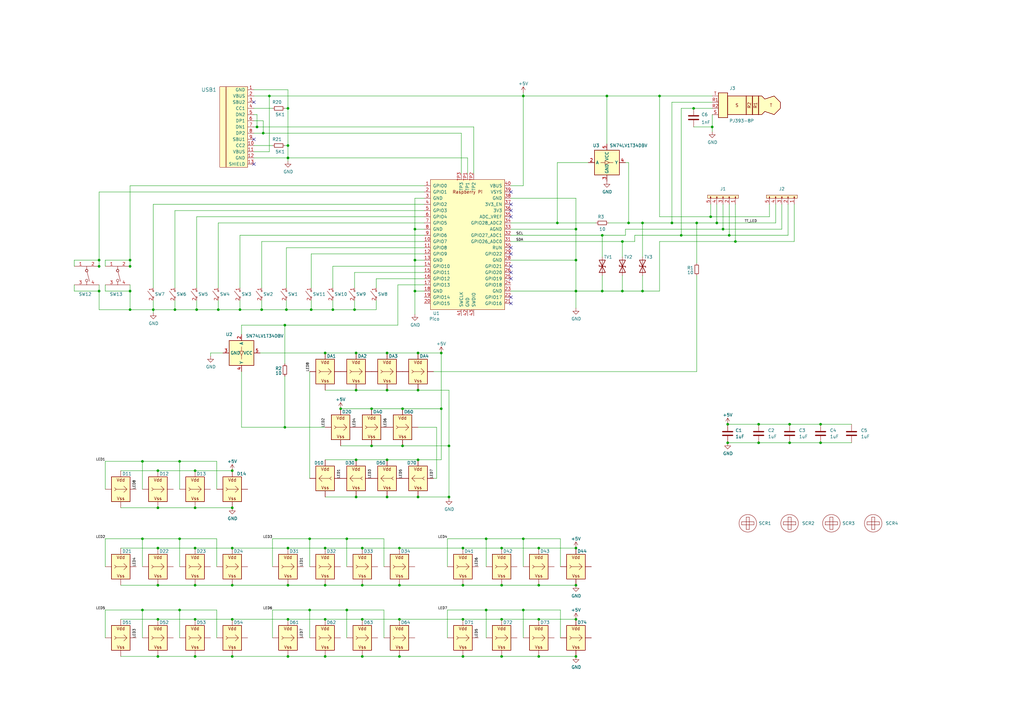
<source format=kicad_sch>
(kicad_sch (version 20211123) (generator eeschema)
  (paper "A3")
  (junction (at 220.98 240.03))
  (junction (at 127.635 127))
  (junction (at 236.22 240.03))
  (junction (at 163.83 269.24))
  (junction (at 107.95 54.61))
  (junction (at 299.085 96.52))
  (junction (at 214.63 39.37))
  (junction (at 247.015 119.38))
  (junction (at 205.74 240.03))
  (junction (at 133.35 224.79))
  (junction (at 189.865 240.03))
  (junction (at 98.425 127))
  (junction (at 184.15 203.835))
  (junction (at 146.05 160.02))
  (junction (at 205.74 269.24))
  (junction (at 148.59 269.24))
  (junction (at 58.42 220.98))
  (junction (at 118.11 240.03))
  (junction (at 53.34 119.38))
  (junction (at 40.64 106.68))
  (junction (at 80.01 269.24))
  (junction (at 64.77 254))
  (junction (at 275.59 91.44))
  (junction (at 146.05 203.835))
  (junction (at 284.48 44.45))
  (junction (at 171.45 203.835))
  (junction (at 247.015 96.52))
  (junction (at 158.75 188.595))
  (junction (at 323.85 173.99))
  (junction (at 64.77 240.03))
  (junction (at 71.755 127))
  (junction (at 298.45 181.61))
  (junction (at 163.83 254))
  (junction (at 158.75 144.78))
  (junction (at 180.975 144.78))
  (junction (at 107.315 127))
  (junction (at 80.01 224.79))
  (junction (at 139.7 167.64))
  (junction (at 323.85 181.61))
  (junction (at 199.39 220.98))
  (junction (at 171.45 188.595))
  (junction (at 158.75 160.02))
  (junction (at 95.25 224.79))
  (junction (at 148.59 254))
  (junction (at 152.4 167.64))
  (junction (at 62.865 127))
  (junction (at 116.84 175.26))
  (junction (at 170.18 119.38))
  (junction (at 133.35 240.03))
  (junction (at 110.49 39.37))
  (junction (at 142.24 250.19))
  (junction (at 117.475 127))
  (junction (at 270.51 39.37))
  (junction (at 58.42 189.23))
  (junction (at 248.92 39.37))
  (junction (at 163.83 240.03))
  (junction (at 118.11 64.77))
  (junction (at 296.545 93.98))
  (junction (at 255.27 119.38))
  (junction (at 53.34 127))
  (junction (at 255.27 99.06))
  (junction (at 236.22 269.24))
  (junction (at 133.35 254))
  (junction (at 148.59 240.03))
  (junction (at 145.415 127))
  (junction (at 298.45 173.99))
  (junction (at 80.01 240.03))
  (junction (at 189.865 269.24))
  (junction (at 127 250.19))
  (junction (at 80.01 254))
  (junction (at 73.66 220.98))
  (junction (at 118.11 254))
  (junction (at 64.77 208.28))
  (junction (at 294.005 91.44))
  (junction (at 95.25 208.28))
  (junction (at 301.625 99.06))
  (junction (at 73.66 250.19))
  (junction (at 311.15 173.99))
  (junction (at 95.25 193.04))
  (junction (at 116.84 133.35))
  (junction (at 285.75 91.44))
  (junction (at 236.22 254))
  (junction (at 89.535 127))
  (junction (at 189.865 254))
  (junction (at 199.39 250.19))
  (junction (at 257.81 91.44))
  (junction (at 133.35 269.24))
  (junction (at 95.25 240.03))
  (junction (at 220.98 254))
  (junction (at 205.74 224.79))
  (junction (at 80.645 127))
  (junction (at 165.1 182.88))
  (junction (at 152.4 182.88))
  (junction (at 189.865 224.79))
  (junction (at 336.55 173.99))
  (junction (at 263.525 119.38))
  (junction (at 142.24 220.98))
  (junction (at 148.59 224.79))
  (junction (at 118.11 59.69))
  (junction (at 170.18 106.68))
  (junction (at 95.25 269.24))
  (junction (at 80.01 208.28))
  (junction (at 163.83 224.79))
  (junction (at 53.34 109.22))
  (junction (at 64.77 193.04))
  (junction (at 40.64 109.22))
  (junction (at 118.11 44.45))
  (junction (at 205.74 254))
  (junction (at 136.525 127))
  (junction (at 165.1 167.64))
  (junction (at 158.75 203.835))
  (junction (at 146.05 188.595))
  (junction (at 73.66 189.23))
  (junction (at 80.01 193.04))
  (junction (at 40.64 119.38))
  (junction (at 180.975 167.64))
  (junction (at 311.15 181.61))
  (junction (at 170.18 93.98))
  (junction (at 133.35 144.78))
  (junction (at 336.55 181.61))
  (junction (at 214.63 220.98))
  (junction (at 146.05 144.78))
  (junction (at 214.63 250.19))
  (junction (at 58.42 250.19))
  (junction (at 291.465 88.9))
  (junction (at 220.98 269.24))
  (junction (at 64.77 224.79))
  (junction (at 118.11 269.24))
  (junction (at 228.6 91.44))
  (junction (at 171.45 144.78))
  (junction (at 53.34 106.68))
  (junction (at 263.525 91.44))
  (junction (at 236.22 106.68))
  (junction (at 220.98 224.79))
  (junction (at 236.22 93.98))
  (junction (at 127 220.98))
  (junction (at 292.1 52.07))
  (junction (at 64.77 269.24))
  (junction (at 184.15 182.88))
  (junction (at 105.41 52.07))
  (junction (at 95.25 254))
  (junction (at 171.45 160.02))
  (junction (at 236.22 224.79))
  (junction (at 236.22 119.38))
  (junction (at 118.11 224.79))
  (junction (at 279.4 96.52))
  (no_connect (at 104.14 67.31))
  (no_connect (at 104.14 41.91))
  (no_connect (at 104.14 57.15))
  (no_connect (at 209.55 101.6))
  (no_connect (at 209.55 104.14))
  (no_connect (at 209.55 109.22))
  (no_connect (at 209.55 111.76))
  (no_connect (at 209.55 114.3))
  (no_connect (at 209.55 78.74))
  (no_connect (at 209.55 83.82))
  (no_connect (at 209.55 86.36))
  (no_connect (at 209.55 88.9))
  (no_connect (at 209.55 121.92))
  (no_connect (at 209.55 124.46))
  (wire (pts (xy 257.81 91.44) (xy 263.525 91.44)))
  (wire (pts (xy 336.55 173.99) (xy 349.25 173.99)))
  (wire (pts (xy 118.11 36.83) (xy 118.11 44.45)))
  (wire (pts (xy 80.01 193.04) (xy 95.25 193.04)))
  (wire (pts (xy 118.11 224.79) (xy 133.35 224.79)))
  (wire (pts (xy 98.425 127) (xy 89.535 127)))
  (wire (pts (xy 170.18 81.28) (xy 170.18 93.98)))
  (wire (pts (xy 99.06 133.35) (xy 99.06 137.16)))
  (wire (pts (xy 336.55 181.61) (xy 349.25 181.61)))
  (wire (pts (xy 95.25 269.24) (xy 118.11 269.24)))
  (wire (pts (xy 146.05 144.78) (xy 158.75 144.78)))
  (wire (pts (xy 133.35 160.02) (xy 146.05 160.02)))
  (wire (pts (xy 142.24 220.98) (xy 142.24 232.41)))
  (wire (pts (xy 284.48 44.45) (xy 292.1 44.45)))
  (wire (pts (xy 142.24 250.19) (xy 142.24 261.62)))
  (wire (pts (xy 275.59 91.44) (xy 285.75 91.44)))
  (wire (pts (xy 209.55 119.38) (xy 236.22 119.38)))
  (wire (pts (xy 173.99 91.44) (xy 89.535 91.44)))
  (wire (pts (xy 116.84 133.35) (xy 163.195 133.35)))
  (wire (pts (xy 189.865 224.79) (xy 205.74 224.79)))
  (wire (pts (xy 98.425 123.19) (xy 98.425 127)))
  (wire (pts (xy 107.315 123.19) (xy 107.315 127)))
  (wire (pts (xy 180.975 144.78) (xy 180.975 167.64)))
  (wire (pts (xy 142.24 250.19) (xy 157.48 250.19)))
  (wire (pts (xy 53.34 119.38) (xy 53.34 127)))
  (wire (pts (xy 104.14 52.07) (xy 105.41 52.07)))
  (wire (pts (xy 247.015 96.52) (xy 256.54 96.52)))
  (wire (pts (xy 95.25 224.79) (xy 118.11 224.79)))
  (wire (pts (xy 127 220.98) (xy 127 232.41)))
  (wire (pts (xy 110.49 62.23) (xy 110.49 39.37)))
  (wire (pts (xy 49.53 269.24) (xy 64.77 269.24)))
  (wire (pts (xy 260.35 96.52) (xy 260.35 99.06)))
  (wire (pts (xy 236.22 81.28) (xy 236.22 93.98)))
  (wire (pts (xy 58.42 189.23) (xy 58.42 200.66)))
  (wire (pts (xy 179.07 175.26) (xy 179.07 196.215)))
  (wire (pts (xy 111.76 250.19) (xy 111.76 261.62)))
  (wire (pts (xy 80.01 269.24) (xy 95.25 269.24)))
  (wire (pts (xy 127 250.19) (xy 127 261.62)))
  (wire (pts (xy 73.66 250.19) (xy 73.66 261.62)))
  (wire (pts (xy 180.975 167.64) (xy 180.975 188.595)))
  (wire (pts (xy 40.64 78.74) (xy 40.64 106.68)))
  (wire (pts (xy 220.98 254) (xy 236.22 254)))
  (wire (pts (xy 117.475 123.19) (xy 117.475 127)))
  (wire (pts (xy 257.81 66.675) (xy 257.81 91.44)))
  (wire (pts (xy 173.99 96.52) (xy 98.425 96.52)))
  (wire (pts (xy 98.425 96.52) (xy 98.425 118.11)))
  (wire (pts (xy 30.48 106.68) (xy 40.64 106.68)))
  (wire (pts (xy 255.27 99.06) (xy 260.35 99.06)))
  (wire (pts (xy 255.27 113.03) (xy 255.27 119.38)))
  (wire (pts (xy 199.39 220.98) (xy 183.515 220.98)))
  (wire (pts (xy 58.42 250.19) (xy 73.66 250.19)))
  (wire (pts (xy 58.42 189.23) (xy 73.66 189.23)))
  (wire (pts (xy 220.98 269.24) (xy 236.22 269.24)))
  (wire (pts (xy 146.05 160.02) (xy 158.75 160.02)))
  (wire (pts (xy 49.53 254) (xy 64.77 254)))
  (wire (pts (xy 58.42 220.98) (xy 58.42 232.41)))
  (wire (pts (xy 189.23 54.61) (xy 107.95 54.61)))
  (wire (pts (xy 80.01 254) (xy 95.25 254)))
  (wire (pts (xy 171.45 203.835) (xy 184.15 203.835)))
  (wire (pts (xy 80.01 208.28) (xy 95.25 208.28)))
  (wire (pts (xy 163.83 254) (xy 189.865 254)))
  (wire (pts (xy 173.99 99.06) (xy 107.315 99.06)))
  (wire (pts (xy 291.465 88.9) (xy 270.51 88.9)))
  (wire (pts (xy 263.525 113.03) (xy 263.525 119.38)))
  (wire (pts (xy 255.27 99.06) (xy 255.27 105.41)))
  (wire (pts (xy 228.6 66.675) (xy 241.3 66.675)))
  (wire (pts (xy 189.865 254) (xy 205.74 254)))
  (wire (pts (xy 80.01 224.79) (xy 95.25 224.79)))
  (wire (pts (xy 209.55 91.44) (xy 228.6 91.44)))
  (wire (pts (xy 127 250.19) (xy 111.76 250.19)))
  (wire (pts (xy 325.755 99.06) (xy 325.755 83.82)))
  (wire (pts (xy 318.135 91.44) (xy 294.005 91.44)))
  (wire (pts (xy 171.45 160.02) (xy 184.15 160.02)))
  (wire (pts (xy 189.865 269.24) (xy 205.74 269.24)))
  (wire (pts (xy 73.66 250.19) (xy 88.9 250.19)))
  (wire (pts (xy 49.53 208.28) (xy 64.77 208.28)))
  (wire (pts (xy 255.27 119.38) (xy 263.525 119.38)))
  (wire (pts (xy 49.53 240.03) (xy 64.77 240.03)))
  (wire (pts (xy 173.99 109.22) (xy 136.525 109.22)))
  (wire (pts (xy 299.085 83.82) (xy 299.085 96.52)))
  (wire (pts (xy 170.18 93.98) (xy 170.18 106.68)))
  (wire (pts (xy 311.15 173.99) (xy 323.85 173.99)))
  (wire (pts (xy 62.865 83.82) (xy 62.865 118.11)))
  (wire (pts (xy 236.22 119.38) (xy 236.22 126.365)))
  (wire (pts (xy 173.99 78.74) (xy 40.64 78.74)))
  (wire (pts (xy 30.48 119.38) (xy 40.64 119.38)))
  (wire (pts (xy 133.35 224.79) (xy 148.59 224.79)))
  (wire (pts (xy 158.75 203.835) (xy 171.45 203.835)))
  (wire (pts (xy 171.45 144.78) (xy 180.975 144.78)))
  (wire (pts (xy 154.305 114.3) (xy 154.305 118.11)))
  (wire (pts (xy 58.42 250.19) (xy 43.18 250.19)))
  (wire (pts (xy 62.865 123.19) (xy 62.865 127)))
  (wire (pts (xy 146.05 203.835) (xy 158.75 203.835)))
  (wire (pts (xy 205.74 269.24) (xy 220.98 269.24)))
  (wire (pts (xy 315.595 88.9) (xy 291.465 88.9)))
  (wire (pts (xy 88.9 189.23) (xy 88.9 200.66)))
  (wire (pts (xy 248.92 59.055) (xy 248.92 39.37)))
  (wire (pts (xy 157.48 220.98) (xy 157.48 232.41)))
  (wire (pts (xy 270.51 39.37) (xy 292.1 39.37)))
  (wire (pts (xy 127.635 123.19) (xy 127.635 127)))
  (wire (pts (xy 163.83 224.79) (xy 189.865 224.79)))
  (wire (pts (xy 105.41 46.99) (xy 105.41 52.07)))
  (wire (pts (xy 30.48 109.22) (xy 30.48 106.68)))
  (wire (pts (xy 165.1 167.64) (xy 180.975 167.64)))
  (wire (pts (xy 73.66 220.98) (xy 73.66 232.41)))
  (wire (pts (xy 194.31 52.07) (xy 105.41 52.07)))
  (wire (pts (xy 171.45 188.595) (xy 180.975 188.595)))
  (wire (pts (xy 256.54 93.98) (xy 296.545 93.98)))
  (wire (pts (xy 71.755 127) (xy 62.865 127)))
  (wire (pts (xy 107.315 99.06) (xy 107.315 118.11)))
  (wire (pts (xy 165.1 182.88) (xy 184.15 182.88)))
  (wire (pts (xy 184.15 203.835) (xy 184.15 204.47)))
  (wire (pts (xy 199.39 250.19) (xy 199.39 261.62)))
  (wire (pts (xy 248.92 39.37) (xy 270.51 39.37)))
  (wire (pts (xy 133.35 254) (xy 148.59 254)))
  (wire (pts (xy 80.01 240.03) (xy 95.25 240.03)))
  (wire (pts (xy 323.85 181.61) (xy 336.55 181.61)))
  (wire (pts (xy 163.83 269.24) (xy 189.865 269.24)))
  (wire (pts (xy 199.39 250.19) (xy 214.63 250.19)))
  (wire (pts (xy 296.545 93.98) (xy 320.675 93.98)))
  (wire (pts (xy 220.98 240.03) (xy 236.22 240.03)))
  (wire (pts (xy 171.45 175.26) (xy 179.07 175.26)))
  (wire (pts (xy 199.39 250.19) (xy 183.515 250.19)))
  (wire (pts (xy 104.14 64.77) (xy 118.11 64.77)))
  (wire (pts (xy 107.95 49.53) (xy 107.95 54.61)))
  (wire (pts (xy 301.625 99.06) (xy 301.625 83.82)))
  (wire (pts (xy 285.75 152.4) (xy 285.75 113.03)))
  (wire (pts (xy 236.22 119.38) (xy 247.015 119.38)))
  (wire (pts (xy 40.64 109.22) (xy 40.64 109.855)))
  (wire (pts (xy 315.595 83.82) (xy 315.595 88.9)))
  (wire (pts (xy 40.64 119.38) (xy 40.64 127)))
  (wire (pts (xy 194.31 71.12) (xy 194.31 52.07)))
  (wire (pts (xy 279.4 96.52) (xy 279.4 44.45)))
  (wire (pts (xy 183.515 220.98) (xy 183.515 232.41)))
  (wire (pts (xy 116.84 154.305) (xy 116.84 175.26)))
  (wire (pts (xy 214.63 250.19) (xy 229.87 250.19)))
  (wire (pts (xy 58.42 220.98) (xy 73.66 220.98)))
  (wire (pts (xy 228.6 91.44) (xy 244.475 91.44)))
  (wire (pts (xy 177.8 152.4) (xy 285.75 152.4)))
  (wire (pts (xy 127 220.98) (xy 142.24 220.98)))
  (wire (pts (xy 133.35 269.24) (xy 148.59 269.24)))
  (wire (pts (xy 71.755 123.19) (xy 71.755 127)))
  (wire (pts (xy 136.525 127) (xy 127.635 127)))
  (wire (pts (xy 136.525 109.22) (xy 136.525 118.11)))
  (wire (pts (xy 191.77 71.12) (xy 191.77 64.77)))
  (wire (pts (xy 173.99 88.9) (xy 80.645 88.9)))
  (wire (pts (xy 199.39 220.98) (xy 214.63 220.98)))
  (wire (pts (xy 117.475 127) (xy 107.315 127)))
  (wire (pts (xy 40.64 127) (xy 53.34 127)))
  (wire (pts (xy 173.99 83.82) (xy 62.865 83.82)))
  (wire (pts (xy 111.76 220.98) (xy 111.76 232.41)))
  (wire (pts (xy 296.545 83.82) (xy 296.545 93.98)))
  (wire (pts (xy 184.15 182.88) (xy 184.15 203.835)))
  (wire (pts (xy 199.39 220.98) (xy 199.39 232.41)))
  (wire (pts (xy 148.59 254) (xy 163.83 254)))
  (wire (pts (xy 139.7 167.64) (xy 152.4 167.64)))
  (wire (pts (xy 95.25 254) (xy 118.11 254)))
  (wire (pts (xy 205.74 254) (xy 220.98 254)))
  (wire (pts (xy 99.06 175.26) (xy 116.84 175.26)))
  (wire (pts (xy 64.77 240.03) (xy 80.01 240.03)))
  (wire (pts (xy 106.68 144.78) (xy 133.35 144.78)))
  (wire (pts (xy 220.98 224.79) (xy 236.22 224.79)))
  (wire (pts (xy 133.35 188.595) (xy 146.05 188.595)))
  (wire (pts (xy 205.74 240.03) (xy 220.98 240.03)))
  (wire (pts (xy 104.14 62.23) (xy 110.49 62.23)))
  (wire (pts (xy 260.35 96.52) (xy 279.4 96.52)))
  (wire (pts (xy 110.49 39.37) (xy 214.63 39.37)))
  (wire (pts (xy 127 250.19) (xy 142.24 250.19)))
  (wire (pts (xy 183.515 250.19) (xy 183.515 261.62)))
  (wire (pts (xy 117.475 101.6) (xy 117.475 118.11)))
  (wire (pts (xy 145.415 123.19) (xy 145.415 127)))
  (wire (pts (xy 104.14 54.61) (xy 107.95 54.61)))
  (wire (pts (xy 270.51 99.06) (xy 301.625 99.06)))
  (wire (pts (xy 291.465 83.82) (xy 291.465 88.9)))
  (wire (pts (xy 158.75 144.78) (xy 171.45 144.78)))
  (wire (pts (xy 43.18 220.98) (xy 43.18 232.41)))
  (wire (pts (xy 127 220.98) (xy 111.76 220.98)))
  (wire (pts (xy 173.99 104.14) (xy 127.635 104.14)))
  (wire (pts (xy 73.66 189.23) (xy 73.66 200.66)))
  (wire (pts (xy 158.75 160.02) (xy 171.45 160.02)))
  (wire (pts (xy 173.99 86.36) (xy 71.755 86.36)))
  (wire (pts (xy 104.14 59.69) (xy 111.76 59.69)))
  (wire (pts (xy 80.645 88.9) (xy 80.645 118.11)))
  (wire (pts (xy 30.48 116.84) (xy 30.48 119.38)))
  (wire (pts (xy 275.59 91.44) (xy 275.59 41.91)))
  (wire (pts (xy 229.87 220.98) (xy 229.87 232.41)))
  (wire (pts (xy 64.77 254) (xy 80.01 254)))
  (wire (pts (xy 214.63 220.98) (xy 229.87 220.98)))
  (wire (pts (xy 205.74 224.79) (xy 220.98 224.79)))
  (wire (pts (xy 118.11 269.24) (xy 133.35 269.24)))
  (wire (pts (xy 148.59 240.03) (xy 163.83 240.03)))
  (wire (pts (xy 279.4 44.45) (xy 284.48 44.45)))
  (wire (pts (xy 189.23 71.12) (xy 189.23 54.61)))
  (wire (pts (xy 170.18 106.68) (xy 170.18 119.38)))
  (wire (pts (xy 104.14 44.45) (xy 111.76 44.45)))
  (wire (pts (xy 256.54 96.52) (xy 256.54 93.98)))
  (wire (pts (xy 179.07 196.215) (xy 177.8 196.215)))
  (wire (pts (xy 49.53 193.04) (xy 64.77 193.04)))
  (wire (pts (xy 118.11 59.69) (xy 116.84 59.69)))
  (wire (pts (xy 62.865 127) (xy 62.865 128.27)))
  (wire (pts (xy 191.77 64.77) (xy 118.11 64.77)))
  (wire (pts (xy 53.34 119.38) (xy 53.34 116.84)))
  (wire (pts (xy 184.15 160.02) (xy 184.15 182.88)))
  (wire (pts (xy 89.535 127) (xy 80.645 127)))
  (wire (pts (xy 148.59 224.79) (xy 163.83 224.79)))
  (wire (pts (xy 116.84 175.26) (xy 133.35 175.26)))
  (wire (pts (xy 104.14 36.83) (xy 118.11 36.83)))
  (wire (pts (xy 104.14 39.37) (xy 110.49 39.37)))
  (wire (pts (xy 323.85 173.99) (xy 336.55 173.99)))
  (wire (pts (xy 284.48 52.07) (xy 292.1 52.07)))
  (wire (pts (xy 43.18 116.84) (xy 43.18 119.38)))
  (wire (pts (xy 173.99 111.76) (xy 145.415 111.76)))
  (wire (pts (xy 133.35 240.03) (xy 148.59 240.03)))
  (wire (pts (xy 127 152.4) (xy 127 196.215)))
  (wire (pts (xy 40.64 106.68) (xy 40.64 109.22)))
  (wire (pts (xy 107.315 127) (xy 98.425 127)))
  (wire (pts (xy 43.18 119.38) (xy 53.34 119.38)))
  (wire (pts (xy 53.34 106.68) (xy 53.34 109.22)))
  (wire (pts (xy 173.99 81.28) (xy 170.18 81.28)))
  (wire (pts (xy 285.75 91.44) (xy 294.005 91.44)))
  (wire (pts (xy 170.18 119.38) (xy 173.99 119.38)))
  (wire (pts (xy 320.675 93.98) (xy 320.675 83.82)))
  (wire (pts (xy 214.63 220.98) (xy 214.63 232.41)))
  (wire (pts (xy 236.22 106.68) (xy 236.22 119.38)))
  (wire (pts (xy 142.24 220.98) (xy 157.48 220.98)))
  (wire (pts (xy 270.51 99.06) (xy 270.51 119.38)))
  (wire (pts (xy 118.11 240.03) (xy 133.35 240.03)))
  (wire (pts (xy 301.625 99.06) (xy 325.755 99.06)))
  (wire (pts (xy 127.635 104.14) (xy 127.635 118.11)))
  (wire (pts (xy 88.9 220.98) (xy 88.9 232.41)))
  (wire (pts (xy 249.555 91.44) (xy 257.81 91.44)))
  (wire (pts (xy 158.75 188.595) (xy 171.45 188.595)))
  (wire (pts (xy 71.755 86.36) (xy 71.755 118.11)))
  (wire (pts (xy 247.015 113.03) (xy 247.015 119.38)))
  (wire (pts (xy 58.42 220.98) (xy 43.18 220.98)))
  (wire (pts (xy 91.44 144.78) (xy 86.36 144.78)))
  (wire (pts (xy 53.34 76.2) (xy 53.34 106.68)))
  (wire (pts (xy 247.015 96.52) (xy 247.015 105.41)))
  (wire (pts (xy 80.645 127) (xy 71.755 127)))
  (wire (pts (xy 89.535 91.44) (xy 89.535 118.11)))
  (wire (pts (xy 209.55 81.28) (xy 236.22 81.28)))
  (wire (pts (xy 154.305 127) (xy 145.415 127)))
  (wire (pts (xy 64.77 269.24) (xy 80.01 269.24)))
  (wire (pts (xy 173.99 114.3) (xy 154.305 114.3)))
  (wire (pts (xy 247.015 119.38) (xy 255.27 119.38)))
  (wire (pts (xy 323.215 96.52) (xy 323.215 83.82)))
  (wire (pts (xy 209.55 106.68) (xy 236.22 106.68)))
  (wire (pts (xy 209.55 96.52) (xy 247.015 96.52)))
  (wire (pts (xy 40.64 119.38) (xy 40.64 116.84)))
  (wire (pts (xy 118.11 44.45) (xy 118.11 59.69)))
  (wire (pts (xy 163.83 240.03) (xy 189.865 240.03)))
  (wire (pts (xy 285.75 107.95) (xy 285.75 91.44)))
  (wire (pts (xy 43.18 189.23) (xy 43.18 200.66)))
  (wire (pts (xy 236.22 93.98) (xy 236.22 106.68)))
  (wire (pts (xy 292.1 52.07) (xy 292.1 46.99)))
  (wire (pts (xy 43.18 109.22) (xy 43.18 106.68)))
  (wire (pts (xy 136.525 123.19) (xy 136.525 127)))
  (wire (pts (xy 118.11 64.77) (xy 118.11 66.04)))
  (wire (pts (xy 311.15 181.61) (xy 323.85 181.61)))
  (wire (pts (xy 214.63 39.37) (xy 248.92 39.37)))
  (wire (pts (xy 145.415 111.76) (xy 145.415 118.11)))
  (wire (pts (xy 173.99 101.6) (xy 117.475 101.6)))
  (wire (pts (xy 53.34 127) (xy 62.865 127)))
  (wire (pts (xy 49.53 224.79) (xy 64.77 224.79)))
  (wire (pts (xy 298.45 181.61) (xy 311.15 181.61)))
  (wire (pts (xy 53.34 109.22) (xy 53.34 109.855)))
  (wire (pts (xy 86.36 144.78) (xy 86.36 146.05)))
  (wire (pts (xy 229.87 250.19) (xy 229.87 261.62)))
  (wire (pts (xy 148.59 269.24) (xy 163.83 269.24)))
  (wire (pts (xy 209.55 93.98) (xy 236.22 93.98)))
  (wire (pts (xy 163.195 116.84) (xy 163.195 133.35)))
  (wire (pts (xy 58.42 250.19) (xy 58.42 261.62)))
  (wire (pts (xy 270.51 39.37) (xy 270.51 88.9)))
  (wire (pts (xy 209.55 99.06) (xy 255.27 99.06)))
  (wire (pts (xy 73.66 220.98) (xy 88.9 220.98)))
  (wire (pts (xy 270.51 119.38) (xy 263.525 119.38)))
  (wire (pts (xy 64.77 224.79) (xy 80.01 224.79)))
  (wire (pts (xy 228.6 91.44) (xy 228.6 66.675)))
  (wire (pts (xy 214.63 39.37) (xy 214.63 38.1)))
  (wire (pts (xy 299.085 96.52) (xy 323.215 96.52)))
  (wire (pts (xy 139.7 182.88) (xy 152.4 182.88)))
  (wire (pts (xy 64.77 193.04) (xy 80.01 193.04)))
  (wire (pts (xy 104.14 49.53) (xy 107.95 49.53)))
  (wire (pts (xy 118.11 59.69) (xy 118.11 64.77)))
  (wire (pts (xy 318.135 83.82) (xy 318.135 91.44)))
  (wire (pts (xy 43.18 250.19) (xy 43.18 261.62)))
  (wire (pts (xy 294.005 83.82) (xy 294.005 91.44)))
  (wire (pts (xy 73.66 189.23) (xy 88.9 189.23)))
  (wire (pts (xy 99.06 152.4) (xy 99.06 175.26)))
  (wire (pts (xy 214.63 250.19) (xy 214.63 261.62)))
  (wire (pts (xy 89.535 123.19) (xy 89.535 127)))
  (wire (pts (xy 43.18 106.68) (xy 53.34 106.68)))
  (wire (pts (xy 99.06 133.35) (xy 116.84 133.35)))
  (wire (pts (xy 173.99 116.84) (xy 163.195 116.84)))
  (wire (pts (xy 154.305 123.19) (xy 154.305 127)))
  (wire (pts (xy 256.54 66.675) (xy 257.81 66.675)))
  (wire (pts (xy 118.11 254) (xy 133.35 254)))
  (wire (pts (xy 104.14 46.99) (xy 105.41 46.99)))
  (wire (pts (xy 292.1 53.975) (xy 292.1 52.07)))
  (wire (pts (xy 170.18 93.98) (xy 173.99 93.98)))
  (wire (pts (xy 133.35 144.78) (xy 146.05 144.78)))
  (wire (pts (xy 152.4 167.64) (xy 165.1 167.64)))
  (wire (pts (xy 189.865 240.03) (xy 205.74 240.03)))
  (wire (pts (xy 118.11 44.45) (xy 116.84 44.45)))
  (wire (pts (xy 209.55 76.2) (xy 214.63 76.2)))
  (wire (pts (xy 43.18 189.23) (xy 58.42 189.23)))
  (wire (pts (xy 263.525 91.44) (xy 275.59 91.44)))
  (wire (pts (xy 152.4 182.88) (xy 165.1 182.88)))
  (wire (pts (xy 95.25 240.03) (xy 118.11 240.03)))
  (wire (pts (xy 173.99 76.2) (xy 53.34 76.2)))
  (wire (pts (xy 146.05 188.595) (xy 158.75 188.595)))
  (wire (pts (xy 214.63 39.37) (xy 214.63 76.2)))
  (wire (pts (xy 170.18 119.38) (xy 170.18 128.905)))
  (wire (pts (xy 127.635 127) (xy 117.475 127)))
  (wire (pts (xy 170.18 106.68) (xy 173.99 106.68)))
  (wire (pts (xy 279.4 96.52) (xy 299.085 96.52)))
  (wire (pts (xy 298.45 173.99) (xy 311.15 173.99)))
  (wire (pts (xy 275.59 41.91) (xy 292.1 41.91)))
  (wire (pts (xy 145.415 127) (xy 136.525 127)))
  (wire (pts (xy 133.35 203.835) (xy 146.05 203.835)))
  (wire (pts (xy 64.77 208.28) (xy 80.01 208.28)))
  (wire (pts (xy 263.525 91.44) (xy 263.525 105.41)))
  (wire (pts (xy 88.9 250.19) (xy 88.9 261.62)))
  (wire (pts (xy 116.84 133.35) (xy 116.84 149.225)))
  (wire (pts (xy 80.645 123.19) (xy 80.645 127)))
  (wire (pts (xy 157.48 250.19) (xy 157.48 261.62)))
  (label "LED6" (at 158.75 175.26 90) (effects (font (size 1 1))))
  (label "LED1" (at 139.7 196.215 90) (effects (font (size 1 1))))
  (label "LED4" (at 146.05 175.26 90) (effects (font (size 1 1))))
  (label "LED2" (at 133.35 175.26 90) (effects (font (size 1 1))))
  (label "LED7" (at 183.515 250.19 180) (effects (font (size 1 1))))
  (label "LED1" (at 124.46 232.41 90) (effects (font (size 1 1))))
  (label "LED8" (at 55.88 200.66 90) (effects (font (size 1 1))))
  (label "SCL" (at 214.63 96.52 180) (effects (font (size 1 1))))
  (label "LED2" (at 43.18 220.98 180) (effects (font (size 1 1))))
  (label "LED8" (at 127 152.4 90) (effects (font (size 1 1))))
  (label "LED3" (at 55.88 261.62 90) (effects (font (size 1 1))))
  (label "LED7" (at 177.8 196.215 90) (effects (font (size 1 1))))
  (label "LED6" (at 111.76 250.19 180) (effects (font (size 1 1))))
  (label "LED6" (at 196.215 232.41 90) (effects (font (size 1 1))))
  (label "SDA" (at 214.63 99.06 180) (effects (font (size 1 1))))
  (label "LED3" (at 111.76 220.98 180) (effects (font (size 1 1))))
  (label "LED4" (at 183.515 220.98 180) (effects (font (size 1 1))))
  (label "TT_LED" (at 310.515 91.44 180) (effects (font (size 1 1))))
  (label "LED3" (at 152.4 196.215 90) (effects (font (size 1 1))))
  (label "LED7" (at 124.46 261.62 90) (effects (font (size 1 1))))
  (label "LED5" (at 43.18 250.19 180) (effects (font (size 1 1))))
  (label "LED5" (at 165.1 196.215 90) (effects (font (size 1 1))))
  (label "LED5" (at 196.215 261.62 90) (effects (font (size 1 1))))
  (label "LED4" (at 55.88 232.41 90) (effects (font (size 1 1))))
  (label "LED1" (at 43.18 189.23 180) (effects (font (size 1 1))))
  (symbol (lib_id "MCU_RaspberryPi_and_Boards:Pico") (at 191.77 100.33 0) (unit 1)
    (property "Reference" "U1" (at 180.34 128.4986 0) (effects (justify right)))
    (property "Value" "Pico" (at 180.34 130.81 0) (effects (justify right)))
    (property "Footprint" "MCU_RaspberryPi_and_Boards:RPi_Pico_SMD" (effects hide))
  )
  (symbol (lib_id "Type-C:HRO-TYPE-C-31-M-12") (at 101.6 50.8 0) (unit 1)
    (property "Reference" "USB1" (at 82.55 36.83 0) (effects (font (size 1.524 1.524)) (justify left)))
    (property "Value" "U262-161N-4BVC11" (effects hide))
    (property "Footprint" "Type-C:HRO-TYPE-C-31-M-12-Assembly" (effects hide))
    (property "LCSC" "C319148" (effects hide))
  )
  (symbol (lib_id "power:GND") (at 118.11 66.04 0) (unit 1)
    (property "Reference" "#PWR0112" (effects hide))
    (property "Value" "GND" (at 118.237 70.4342 0))
  )
  (symbol (lib_id "power:+5V") (at 214.63 38.1 0) (unit 1)
    (property "Reference" "#PWR0114" (effects hide))
    (property "Value" "+5V" (at 214.63 34.29 0))
  )
  (symbol (lib_id "Device:R_Small") (at 114.3 59.69 90) (unit 1)
    (property "Reference" "R21" (at 115.57 57.15 90) (effects (justify left)))
    (property "Value" "5K1" (at 116.84 62.23 90) (effects (justify left)))
    (property "Footprint" "Resistor_SMD:R_0603_1608Metric" (effects hide))
    (property "LCSC" "C23186" (effects hide))
  )
  (symbol (lib_id "Device:R_Small") (at 114.3 44.45 90) (unit 1)
    (property "Reference" "R20" (at 115.57 41.91 90) (effects (justify left)))
    (property "Value" "5K1" (at 116.84 46.99 90) (effects (justify left)))
    (property "Footprint" "Resistor_SMD:R_0603_1608Metric" (effects hide))
    (property "LCSC" "C23186" (effects hide))
  )
  (symbol (lib_id "Device:R_Small") (at 116.84 151.765 180) (unit 1)
    (property "Reference" "R2" (at 115.57 151.13 0) (effects (justify left)))
    (property "Value" "10" (at 115.57 153.035 0) (effects (justify left)))
    (property "Footprint" "Resistor_SMD:R_0603_1608Metric" (effects hide))
    (property "LCSC" "C23186" (effects hide))
  )
  (symbol (lib_id "power:GND") (at 86.36 146.05 0) (unit 1)
    (property "Reference" "#PWR0118" (effects hide))
    (property "Value" "GND" (at 86.487 150.4442 0))
  )
  (symbol (lib_name "WS2812B_Unified_10") (lib_id "iidx_pico:WS2812B_Unified") (at 189.865 261.62 0) (unit 1)
    (property "Reference" "D71" (at 192.405 255.27 0))
    (property "Value" "WS2812B_Unified" (effects hide))
    (property "Footprint" "iidx_pico:WS2812B-1615" (effects hide))
  )
  (symbol (lib_name "WS2812B_Unified_6") (lib_id "iidx_pico:WS2812B_Unified") (at 80.01 261.62 0) (unit 1)
    (property "Reference" "D53" (at 82.55 255.27 0))
    (property "Value" "WS2812B_Unified" (effects hide))
    (property "Footprint" "iidx_pico:WS2812B-1615" (effects hide))
  )
  (symbol (lib_name "WS2812B_Unified_6") (lib_id "iidx_pico:WS2812B_Unified") (at 236.22 261.62 0) (unit 1)
    (property "Reference" "D74" (at 238.76 255.27 0))
    (property "Value" "WS2812B_Unified" (effects hide))
    (property "Footprint" "iidx_pico:WS2812B-1615" (effects hide))
  )
  (symbol (lib_name "WS2812B_Unified_6") (lib_id "iidx_pico:WS2812B_Unified") (at 189.865 232.41 0) (unit 1)
    (property "Reference" "D41" (at 192.405 226.06 0))
    (property "Value" "WS2812B_Unified" (effects hide))
    (property "Footprint" "iidx_pico:WS2812B-1615" (effects hide))
  )
  (symbol (lib_name "WS2812B_Unified_6") (lib_id "iidx_pico:WS2812B_Unified") (at 205.74 261.62 0) (unit 1)
    (property "Reference" "D72" (at 208.28 255.27 0))
    (property "Value" "WS2812B_Unified" (effects hide))
    (property "Footprint" "iidx_pico:WS2812B-1615" (effects hide))
  )
  (symbol (lib_id "iidx_pico:Tact_4pin") (at 35.56 113.03 0) (unit 1)
    (property "Reference" "SW12" (at 34.925 120.65 0))
    (property "Value" "Tact_4pin" (effects hide))
    (property "Footprint" "iidx_pico:EVQP1K05M" (effects hide))
    (property "LCSC" "C231726" (effects hide))
  )
  (symbol (lib_name "WS2812B_Unified_6") (lib_id "iidx_pico:WS2812B_Unified") (at 64.77 200.66 0) (unit 1)
    (property "Reference" "D12" (at 67.31 194.31 0))
    (property "Value" "WS2812B_Unified" (effects hide))
    (property "Footprint" "iidx_pico:WS2812B-1615" (effects hide))
  )
  (symbol (lib_id "agg:SWITCH_SPST") (at 107.315 120.65 90) (unit 1)
    (property "Reference" "SW2" (at 107.95 120.65 90) (effects (justify right)))
    (property "Value" "SWITCH_SPST" (effects hide))
    (property "Footprint" "iidx_pico:SW_Kailh_Choc_V1V2_IIDX" (effects hide))
  )
  (symbol (lib_id "Device:C") (at 298.45 177.8 0) (unit 1)
    (property "Reference" "C1" (at 301.625 176.5299 0) (effects (justify left)))
    (property "Value" "1uF" (at 301.625 179.0699 0) (effects (justify left)))
    (property "Footprint" "Capacitor_SMD:C_0805_2012Metric" (effects hide))
  )
  (symbol (lib_id "Device:C") (at 336.55 177.8 0) (unit 1)
    (property "Reference" "C4" (at 340.36 176.5299 0) (effects (justify left)))
    (property "Value" "1uF" (at 340.36 179.0699 0) (effects (justify left)))
    (property "Footprint" "Capacitor_SMD:C_0805_2012Metric" (effects hide))
  )
  (symbol (lib_name "WS2812B_Unified_7") (lib_id "iidx_pico:WS2812B_Unified") (at 146.05 152.4 0) (unit 1)
    (property "Reference" "DA2" (at 148.59 146.05 0))
    (property "Value" "WS2812B_Unified" (effects hide))
    (property "Footprint" "iidx_pico:WS2812B-2835" (effects hide))
  )
  (symbol (lib_name "WS2812B_Unified_3") (lib_id "iidx_pico:WS2812B_Unified") (at 139.7 175.26 0) (unit 1)
    (property "Reference" "D20" (at 142.24 168.91 0))
    (property "Value" "WS2812B_Unified" (effects hide))
    (property "Footprint" "iidx_pico:WS2812B-2835" (effects hide))
  )
  (symbol (lib_name "WS2812B_Unified_8") (lib_id "iidx_pico:WS2812B_Unified") (at 133.35 152.4 0) (unit 1)
    (property "Reference" "DA1" (at 135.89 146.05 0))
    (property "Value" "WS2812B_Unified" (effects hide))
    (property "Footprint" "iidx_pico:WS2812B-2835" (effects hide))
  )
  (symbol (lib_id "power:+5V") (at 298.45 173.99 0) (unit 1)
    (property "Reference" "#PWR0113" (effects hide))
    (property "Value" "+5V" (at 298.45 170.18 0))
  )
  (symbol (lib_id "power:GND") (at 298.45 181.61 0) (unit 1)
    (property "Reference" "#PWR0116" (effects hide))
    (property "Value" "GND" (at 298.577 186.0042 0))
  )
  (symbol (lib_name "WS2812B_Unified_6") (lib_id "iidx_pico:WS2812B_Unified") (at 163.83 232.41 0) (unit 1)
    (property "Reference" "D34" (at 166.37 226.06 0))
    (property "Value" "WS2812B_Unified" (effects hide))
    (property "Footprint" "iidx_pico:WS2812B-1615" (effects hide))
  )
  (symbol (lib_id "power:GND") (at 236.22 126.365 0) (unit 1)
    (property "Reference" "#PWR0103" (effects hide))
    (property "Value" "GND" (at 236.347 130.7592 0))
  )
  (symbol (lib_name "WS2812B_Unified_6") (lib_id "iidx_pico:WS2812B_Unified") (at 133.35 196.215 0) (mirror y) (unit 1)
    (property "Reference" "D10" (at 130.81 189.865 0))
    (property "Value" "WS2812B_Unified" (effects hide))
    (property "Footprint" "iidx_pico:WS2812B-2835" (effects hide))
  )
  (symbol (lib_id "agg:CONN_01x05") (at 325.755 81.28 270) (unit 1)
    (property "Reference" "J2" (at 320.675 77.47 90))
    (property "Value" "CONN_01x05" (effects hide))
    (property "Footprint" "iidx_pico:Pogo_5P_Female" (effects hide))
  )
  (symbol (lib_id "Device:C") (at 323.85 177.8 0) (unit 1)
    (property "Reference" "C3" (at 327.66 176.5299 0) (effects (justify left)))
    (property "Value" "1uF" (at 327.66 179.0699 0) (effects (justify left)))
    (property "Footprint" "Capacitor_SMD:C_0805_2012Metric" (effects hide))
  )
  (symbol (lib_id "power:+5V") (at 139.7 167.64 0) (unit 1)
    (property "Reference" "#PWR0115" (effects hide))
    (property "Value" "+5V" (at 139.7 163.83 0))
  )
  (symbol (lib_id "power:+5V") (at 236.22 254 0) (unit 1)
    (property "Reference" "#PWR0107" (effects hide))
    (property "Value" "+5V" (at 236.22 250.19 0))
  )
  (symbol (lib_id "iidx_pico:ScrewHole") (at 323.85 214.63 0) (unit 1)
    (property "Reference" "SCR2" (at 328.93 214.6299 0) (effects (justify left)))
    (property "Value" "ScrewHole" (effects hide))
    (property "Footprint" "iidx_pico:MountingHole_3.2mm_M3" (effects hide))
  )
  (symbol (lib_id "Logic_LevelTranslator:SN74LV1T34DBV") (at 248.92 66.675 0) (unit 1)
    (property "Reference" "U3" (at 244.475 59.69 0))
    (property "Value" "SN74LV1T34DBV" (at 257.81 59.69 0))
    (property "Footprint" "iidx_pico:SOT-23-5_Jumper" (effects hide))
    (property "Datasheet" "https://www.ti.com/lit/ds/symlink/sn74lv1t34.pdf" (effects hide))
  )
  (symbol (lib_name "WS2812B_Unified_6") (lib_id "iidx_pico:WS2812B_Unified") (at 236.22 232.41 0) (unit 1)
    (property "Reference" "D44" (at 238.76 226.06 0))
    (property "Value" "WS2812B_Unified" (effects hide))
    (property "Footprint" "iidx_pico:WS2812B-1615" (effects hide))
  )
  (symbol (lib_id "Device:D_TVS") (at 255.27 109.22 90) (unit 1)
    (property "Reference" "TV2" (at 255.905 105.41 90) (effects (justify right)))
    (property "Value" "D_TVS" (effects hide))
    (property "Footprint" "Diode_SMD:D_SOD-323_HandSoldering" (effects hide))
  )
  (symbol (lib_name "WS2812B_Unified_6") (lib_id "iidx_pico:WS2812B_Unified") (at 148.59 261.62 0) (unit 1)
    (property "Reference" "D63" (at 151.13 255.27 0))
    (property "Value" "WS2812B_Unified" (effects hide))
    (property "Footprint" "iidx_pico:WS2812B-1615" (effects hide))
  )
  (symbol (lib_id "agg:SWITCH_SPST") (at 80.645 120.65 90) (unit 1)
    (property "Reference" "SW5" (at 81.28 120.65 90) (effects (justify right)))
    (property "Value" "SWITCH_SPST" (effects hide))
    (property "Footprint" "iidx_pico:SW_Kailh_Choc_V1V2_IIDX" (effects hide))
  )
  (symbol (lib_name "WS2812B_Unified_6") (lib_id "iidx_pico:WS2812B_Unified") (at 64.77 261.62 0) (unit 1)
    (property "Reference" "D52" (at 67.31 255.27 0))
    (property "Value" "WS2812B_Unified" (effects hide))
    (property "Footprint" "iidx_pico:WS2812B-1615" (effects hide))
  )
  (symbol (lib_id "iidx_pico:WS2812B_Unified") (at 158.75 152.4 0) (unit 1)
    (property "Reference" "DA3" (at 161.29 146.05 0))
    (property "Value" "WS2812B_Unified" (effects hide))
    (property "Footprint" "iidx_pico:WS2812B-2835" (effects hide))
  )
  (symbol (lib_id "power:GND") (at 236.22 240.03 0) (unit 1)
    (property "Reference" "#PWR0109" (effects hide))
    (property "Value" "GND" (at 236.347 244.4242 0))
  )
  (symbol (lib_id "power:+5V") (at 236.22 224.79 0) (unit 1)
    (property "Reference" "#PWR0110" (effects hide))
    (property "Value" "+5V" (at 236.22 220.98 0))
  )
  (symbol (lib_id "Device:C") (at 311.15 177.8 0) (unit 1)
    (property "Reference" "C2" (at 314.96 176.5299 0) (effects (justify left)))
    (property "Value" "1uF" (at 314.96 179.0699 0) (effects (justify left)))
    (property "Footprint" "Capacitor_SMD:C_0805_2012Metric" (effects hide))
  )
  (symbol (lib_name "WS2812B_Unified_9") (lib_id "iidx_pico:WS2812B_Unified") (at 165.1 175.26 0) (unit 1)
    (property "Reference" "D60" (at 167.64 168.91 0))
    (property "Value" "WS2812B_Unified" (effects hide))
    (property "Footprint" "iidx_pico:WS2812B-2835" (effects hide))
  )
  (symbol (lib_id "agg:SWITCH_SPST") (at 154.305 120.65 90) (unit 1)
    (property "Reference" "SW8" (at 154.94 120.65 90) (effects (justify right)))
    (property "Value" "SWITCH_SPST" (effects hide))
    (property "Footprint" "iidx_pico:SW_Kailh_Choc_V1V2_1.00u_LED" (effects hide))
  )
  (symbol (lib_name "WS2812B_Unified_6") (lib_id "iidx_pico:WS2812B_Unified") (at 133.35 261.62 0) (unit 1)
    (property "Reference" "D62" (at 135.89 255.27 0))
    (property "Value" "WS2812B_Unified" (effects hide))
    (property "Footprint" "iidx_pico:WS2812B-1615" (effects hide))
  )
  (symbol (lib_name "WS2812B_Unified_6") (lib_id "iidx_pico:WS2812B_Unified") (at 80.01 200.66 0) (unit 1)
    (property "Reference" "D13" (at 82.55 194.31 0))
    (property "Value" "WS2812B_Unified" (effects hide))
    (property "Footprint" "iidx_pico:WS2812B-1615" (effects hide))
  )
  (symbol (lib_name "WS2812B_Unified_6") (lib_id "iidx_pico:WS2812B_Unified") (at 95.25 232.41 0) (unit 1)
    (property "Reference" "D24" (at 97.79 226.06 0))
    (property "Value" "WS2812B_Unified" (effects hide))
    (property "Footprint" "iidx_pico:WS2812B-1615" (effects hide))
  )
  (symbol (lib_id "power:GND") (at 95.25 208.28 0) (unit 1)
    (property "Reference" "#PWR0106" (effects hide))
    (property "Value" "GND" (at 95.377 212.6742 0))
  )
  (symbol (lib_id "Device:R_Small") (at 285.75 110.49 180) (unit 1)
    (property "Reference" "R1" (at 284.48 109.855 0) (effects (justify left)))
    (property "Value" "10" (at 284.48 111.76 0) (effects (justify left)))
    (property "Footprint" "Resistor_SMD:R_0603_1608Metric" (effects hide))
    (property "LCSC" "C23186" (effects hide))
  )
  (symbol (lib_id "power:GND") (at 292.1 53.975 0) (unit 1)
    (property "Reference" "#PWR0119" (effects hide))
    (property "Value" "GND" (at 292.227 58.3692 0))
  )
  (symbol (lib_name "WS2812B_Unified_6") (lib_id "iidx_pico:WS2812B_Unified") (at 49.53 200.66 0) (unit 1)
    (property "Reference" "D11" (at 52.07 194.31 0))
    (property "Value" "WS2812B_Unified" (effects hide))
    (property "Footprint" "iidx_pico:WS2812B-1615" (effects hide))
  )
  (symbol (lib_id "iidx_pico:Tact_4pin") (at 48.26 113.03 0) (unit 1)
    (property "Reference" "SW13" (at 47.625 120.65 0))
    (property "Value" "Tact_4pin" (effects hide))
    (property "Footprint" "iidx_pico:EVQP1K05M" (effects hide))
    (property "LCSC" "C231726" (effects hide))
  )
  (symbol (lib_id "Device:C") (at 284.48 48.26 0) (unit 1)
    (property "Reference" "C6" (at 287.655 46.99 0) (effects (justify left)))
    (property "Value" "1nF" (at 287.655 50.165 0) (effects (justify left)))
    (property "Footprint" "Capacitor_SMD:C_0805_2012Metric" (effects hide))
  )
  (symbol (lib_id "agg:SWITCH_SPST") (at 145.415 120.65 90) (unit 1)
    (property "Reference" "SW9" (at 146.05 120.65 90) (effects (justify right)))
    (property "Value" "SWITCH_SPST" (effects hide))
    (property "Footprint" "iidx_pico:SW_Kailh_Choc_V1V2_1.00u_LED" (effects hide))
  )
  (symbol (lib_id "power:GND") (at 236.22 269.24 0) (unit 1)
    (property "Reference" "#PWR0108" (effects hide))
    (property "Value" "GND" (at 236.347 273.6342 0))
  )
  (symbol (lib_name "WS2812B_Unified_5") (lib_id "iidx_pico:WS2812B_Unified") (at 158.75 196.215 0) (mirror y) (unit 1)
    (property "Reference" "D50" (at 156.21 189.865 0))
    (property "Value" "WS2812B_Unified" (effects hide))
    (property "Footprint" "iidx_pico:WS2812B-2835" (effects hide))
  )
  (symbol (lib_id "power:GND") (at 184.15 204.47 0) (unit 1)
    (property "Reference" "#PWR0104" (effects hide))
    (property "Value" "GND" (at 184.277 208.8642 0))
  )
  (symbol (lib_id "Device:C") (at 349.25 177.8 0) (unit 1)
    (property "Reference" "C5" (at 353.06 176.5299 0) (effects (justify left)))
    (property "Value" "1uF" (at 353.06 179.0699 0) (effects (justify left)))
    (property "Footprint" "Capacitor_SMD:C_0805_2012Metric" (effects hide))
  )
  (symbol (lib_name "WS2812B_Unified_4") (lib_id "iidx_pico:WS2812B_Unified") (at 146.05 196.215 0) (mirror y) (unit 1)
    (property "Reference" "D30" (at 143.51 189.865 0))
    (property "Value" "WS2812B_Unified" (effects hide))
    (property "Footprint" "iidx_pico:WS2812B-2835" (effects hide))
  )
  (symbol (lib_id "iidx_pico:WS2812B_Unified") (at 171.45 152.4 0) (unit 1)
    (property "Reference" "DA4" (at 173.99 146.05 0))
    (property "Value" "WS2812B_Unified" (effects hide))
    (property "Footprint" "iidx_pico:WS2812B-2835" (effects hide))
  )
  (symbol (lib_id "agg:SWITCH_SPST") (at 136.525 120.65 90) (unit 1)
    (property "Reference" "SW10" (at 137.16 120.65 90) (effects (justify right)))
    (property "Value" "SWITCH_SPST" (effects hide))
    (property "Footprint" "iidx_pico:SW_Kailh_Choc_V1V2_1.00u_LED" (effects hide))
  )
  (symbol (lib_id "Connector:AudioPlug4") (at 307.34 44.45 180) (unit 1)
    (property "Reference" "J3" (at 301.625 36.195 0) (effects (justify left)))
    (property "Value" "PJ393-8P" (at 309.245 49.53 0) (effects (justify left)))
    (property "Footprint" "iidx_pico:PJ393-8P" (effects hide))
  )
  (symbol (lib_id "power:+5V") (at 180.975 144.78 0) (unit 1)
    (property "Reference" "#PWR0102" (effects hide))
    (property "Value" "+5V" (at 180.975 140.97 0))
  )
  (symbol (lib_name "WS2812B_Unified_6") (lib_id "iidx_pico:WS2812B_Unified") (at 220.98 232.41 0) (unit 1)
    (property "Reference" "D43" (at 223.52 226.06 0))
    (property "Value" "WS2812B_Unified" (effects hide))
    (property "Footprint" "iidx_pico:WS2812B-1615" (effects hide))
  )
  (symbol (lib_id "agg:SWITCH_SPST") (at 89.535 120.65 90) (unit 1)
    (property "Reference" "SW4" (at 90.17 120.65 90) (effects (justify right)))
    (property "Value" "SWITCH_SPST" (effects hide))
    (property "Footprint" "iidx_pico:SW_Kailh_Choc_V1V2_IIDX" (effects hide))
  )
  (symbol (lib_id "iidx_pico:ScrewHole") (at 358.14 214.63 0) (unit 1)
    (property "Reference" "SCR4" (at 363.22 214.6299 0) (effects (justify left)))
    (property "Value" "ScrewHole" (effects hide))
    (property "Footprint" "iidx_pico:MountingHole_3.2mm_M3" (effects hide))
  )
  (symbol (lib_id "power:GND") (at 62.865 128.27 0) (unit 1)
    (property "Reference" "#PWR0101" (effects hide))
    (property "Value" "GND" (at 62.992 132.6642 0))
  )
  (symbol (lib_name "WS2812B_Unified_6") (lib_id "iidx_pico:WS2812B_Unified") (at 205.74 232.41 0) (unit 1)
    (property "Reference" "D42" (at 208.28 226.06 0))
    (property "Value" "WS2812B_Unified" (effects hide))
    (property "Footprint" "iidx_pico:WS2812B-1615" (effects hide))
  )
  (symbol (lib_name "WS2812B_Unified_6") (lib_id "iidx_pico:WS2812B_Unified") (at 118.11 232.41 0) (unit 1)
    (property "Reference" "D31" (at 120.65 226.06 0))
    (property "Value" "WS2812B_Unified" (effects hide))
    (property "Footprint" "iidx_pico:WS2812B-1615" (effects hide))
  )
  (symbol (lib_name "WS2812B_Unified_6") (lib_id "iidx_pico:WS2812B_Unified") (at 163.83 261.62 0) (unit 1)
    (property "Reference" "D64" (at 166.37 255.27 0))
    (property "Value" "WS2812B_Unified" (effects hide))
    (property "Footprint" "iidx_pico:WS2812B-1615" (effects hide))
  )
  (symbol (lib_name "WS2812B_Unified_10") (lib_id "iidx_pico:WS2812B_Unified") (at 171.45 196.215 0) (mirror y) (unit 1)
    (property "Reference" "D70" (at 168.91 189.865 0))
    (property "Value" "WS2812B_Unified" (effects hide))
    (property "Footprint" "iidx_pico:WS2812B-2835" (effects hide))
  )
  (symbol (lib_id "iidx_pico:ScrewHole") (at 306.705 214.63 0) (unit 1)
    (property "Reference" "SCR1" (at 311.15 214.6299 0) (effects (justify left)))
    (property "Value" "ScrewHole" (effects hide))
    (property "Footprint" "iidx_pico:MountingHole_3.2mm_M3" (effects hide))
  )
  (symbol (lib_id "Device:R_Small") (at 247.015 91.44 270) (unit 1)
    (property "Reference" "R3" (at 245.11 88.9 90) (effects (justify left)))
    (property "Value" "10" (at 245.745 93.98 90) (effects (justify left)))
    (property "Footprint" "Resistor_SMD:R_0603_1608Metric" (effects hide))
    (property "LCSC" "C23186" (effects hide))
  )
  (symbol (lib_name "WS2812B_Unified_9") (lib_id "iidx_pico:WS2812B_Unified") (at 118.11 261.62 0) (unit 1)
    (property "Reference" "D61" (at 120.65 255.27 0))
    (property "Value" "WS2812B_Unified" (effects hide))
    (property "Footprint" "iidx_pico:WS2812B-1615" (effects hide))
  )
  (symbol (lib_name "WS2812B_Unified_6") (lib_id "iidx_pico:WS2812B_Unified") (at 49.53 232.41 0) (unit 1)
    (property "Reference" "D21" (at 52.07 226.06 0))
    (property "Value" "WS2812B_Unified" (effects hide))
    (property "Footprint" "iidx_pico:WS2812B-1615" (effects hide))
  )
  (symbol (lib_id "Device:D_TVS") (at 263.525 109.22 90) (unit 1)
    (property "Reference" "TV3" (at 264.16 105.41 90) (effects (justify right)))
    (property "Value" "D_TVS" (effects hide))
    (property "Footprint" "Diode_SMD:D_SOD-323_HandSoldering" (effects hide))
  )
  (symbol (lib_id "agg:SWITCH_SPST") (at 117.475 120.65 90) (unit 1)
    (property "Reference" "SW1" (at 118.11 120.65 90) (effects (justify right)))
    (property "Value" "SWITCH_SPST" (effects hide))
    (property "Footprint" "iidx_pico:SW_Kailh_Choc_V1V2_IIDX" (effects hide))
  )
  (symbol (lib_name "WS2812B_Unified_6") (lib_id "iidx_pico:WS2812B_Unified") (at 95.25 261.62 0) (unit 1)
    (property "Reference" "D54" (at 97.79 255.27 0))
    (property "Value" "WS2812B_Unified" (effects hide))
    (property "Footprint" "iidx_pico:WS2812B-1615" (effects hide))
  )
  (symbol (lib_id "Device:D_TVS") (at 247.015 109.22 90) (unit 1)
    (property "Reference" "TV1" (at 247.65 105.41 90) (effects (justify right)))
    (property "Value" "D_TVS" (effects hide))
    (property "Footprint" "Diode_SMD:D_SOD-323_HandSoldering" (effects hide))
  )
  (symbol (lib_id "power:GND") (at 248.92 74.295 0) (unit 1)
    (property "Reference" "#PWR0117" (effects hide))
    (property "Value" "GND" (at 249.047 78.6892 0))
  )
  (symbol (lib_id "iidx_pico:ScrewHole") (at 340.995 214.63 0) (unit 1)
    (property "Reference" "SCR3" (at 345.44 214.6299 0) (effects (justify left)))
    (property "Value" "ScrewHole" (effects hide))
    (property "Footprint" "iidx_pico:MountingHole_3.2mm_M3" (effects hide))
  )
  (symbol (lib_id "agg:SWITCH_SPST") (at 62.865 120.65 90) (unit 1)
    (property "Reference" "SW7" (at 63.5 120.65 90) (effects (justify right)))
    (property "Value" "SWITCH_SPST" (effects hide))
    (property "Footprint" "iidx_pico:SW_Kailh_Choc_V1V2_IIDX" (effects hide))
  )
  (symbol (lib_id "agg:SWITCH_SPST") (at 127.635 120.65 90) (unit 1)
    (property "Reference" "SW11" (at 128.27 120.65 90) (effects (justify right)))
    (property "Value" "SWITCH_SPST" (effects hide))
    (property "Footprint" "iidx_pico:SW_Kailh_Choc_V1V2_1.00u_LED" (effects hide))
  )
  (symbol (lib_id "Logic_LevelTranslator:SN74LV1T34DBV") (at 99.06 144.78 270) (unit 1)
    (property "Reference" "U2" (at 93.98 137.16 90))
    (property "Value" "SN74LV1T34DBV" (at 108.585 137.795 90))
    (property "Footprint" "iidx_pico:SOT-23-5_Jumper" (effects hide))
    (property "Datasheet" "https://www.ti.com/lit/ds/symlink/sn74lv1t34.pdf" (effects hide))
  )
  (symbol (lib_name "WS2812B_Unified_5") (lib_id "iidx_pico:WS2812B_Unified") (at 49.53 261.62 0) (unit 1)
    (property "Reference" "D51" (at 52.07 255.27 0))
    (property "Value" "WS2812B_Unified" (effects hide))
    (property "Footprint" "iidx_pico:WS2812B-1615" (effects hide))
  )
  (symbol (lib_name "WS2812B_Unified_6") (lib_id "iidx_pico:WS2812B_Unified") (at 95.25 200.66 0) (unit 1)
    (property "Reference" "D14" (at 99.06 194.31 0))
    (property "Value" "WS2812B_Unified" (effects hide))
    (property "Footprint" "iidx_pico:WS2812B-1615" (effects hide))
  )
  (symbol (lib_name "WS2812B_Unified_6") (lib_id "iidx_pico:WS2812B_Unified") (at 64.77 232.41 0) (unit 1)
    (property "Reference" "D22" (at 67.31 226.06 0))
    (property "Value" "WS2812B_Unified" (effects hide))
    (property "Footprint" "iidx_pico:WS2812B-1615" (effects hide))
  )
  (symbol (lib_name "WS2812B_Unified_2") (lib_id "iidx_pico:WS2812B_Unified") (at 152.4 175.26 0) (unit 1)
    (property "Reference" "D40" (at 154.94 168.91 0))
    (property "Value" "WS2812B_Unified" (effects hide))
    (property "Footprint" "iidx_pico:WS2812B-2835" (effects hide))
  )
  (symbol (lib_id "agg:SWITCH_SPST") (at 98.425 120.65 90) (unit 1)
    (property "Reference" "SW3" (at 99.06 120.65 90) (effects (justify right)))
    (property "Value" "SWITCH_SPST" (effects hide))
    (property "Footprint" "iidx_pico:SW_Kailh_Choc_V1V2_IIDX" (effects hide))
  )
  (symbol (lib_id "power:GND") (at 170.18 128.905 0) (unit 1)
    (property "Reference" "#PWR0111" (effects hide))
    (property "Value" "GND" (at 170.307 133.2992 0))
  )
  (symbol (lib_id "agg:SWITCH_SPST") (at 71.755 120.65 90) (unit 1)
    (property "Reference" "SW6" (at 72.39 120.65 90) (effects (justify right)))
    (property "Value" "SWITCH_SPST" (effects hide))
    (property "Footprint" "iidx_pico:SW_Kailh_Choc_V1V2_IIDX" (effects hide))
  )
  (symbol (lib_name "WS2812B_Unified_6") (lib_id "iidx_pico:WS2812B_Unified") (at 148.59 232.41 0) (unit 1)
    (property "Reference" "D33" (at 151.13 226.06 0))
    (property "Value" "WS2812B_Unified" (effects hide))
    (property "Footprint" "iidx_pico:WS2812B-1615" (effects hide))
  )
  (symbol (lib_id "agg:CONN_01x05") (at 301.625 81.28 270) (unit 1)
    (property "Reference" "J1" (at 296.545 77.47 90))
    (property "Value" "CONN_01x05" (effects hide))
    (property "Footprint" "iidx_pico:Pogo_5P_Female" (effects hide))
  )
  (symbol (lib_name "WS2812B_Unified_6") (lib_id "iidx_pico:WS2812B_Unified") (at 133.35 232.41 0) (unit 1)
    (property "Reference" "D32" (at 135.89 226.06 0))
    (property "Value" "WS2812B_Unified" (effects hide))
    (property "Footprint" "iidx_pico:WS2812B-1615" (effects hide))
  )
  (symbol (lib_name "WS2812B_Unified_6") (lib_id "iidx_pico:WS2812B_Unified") (at 80.01 232.41 0) (unit 1)
    (property "Reference" "D23" (at 82.55 226.06 0))
    (property "Value" "WS2812B_Unified" (effects hide))
    (property "Footprint" "iidx_pico:WS2812B-1615" (effects hide))
  )
  (symbol (lib_id "power:+5V") (at 95.25 193.04 0) (unit 1)
    (property "Reference" "#PWR0105" (effects hide))
    (property "Value" "+5V" (at 95.25 189.23 0))
  )
  (symbol (lib_name "WS2812B_Unified_6") (lib_id "iidx_pico:WS2812B_Unified") (at 220.98 261.62 0) (unit 1)
    (property "Reference" "D73" (at 223.52 255.27 0))
    (property "Value" "WS2812B_Unified" (effects hide))
    (property "Footprint" "iidx_pico:WS2812B-1615" (effects hide))
  )
)
</source>
